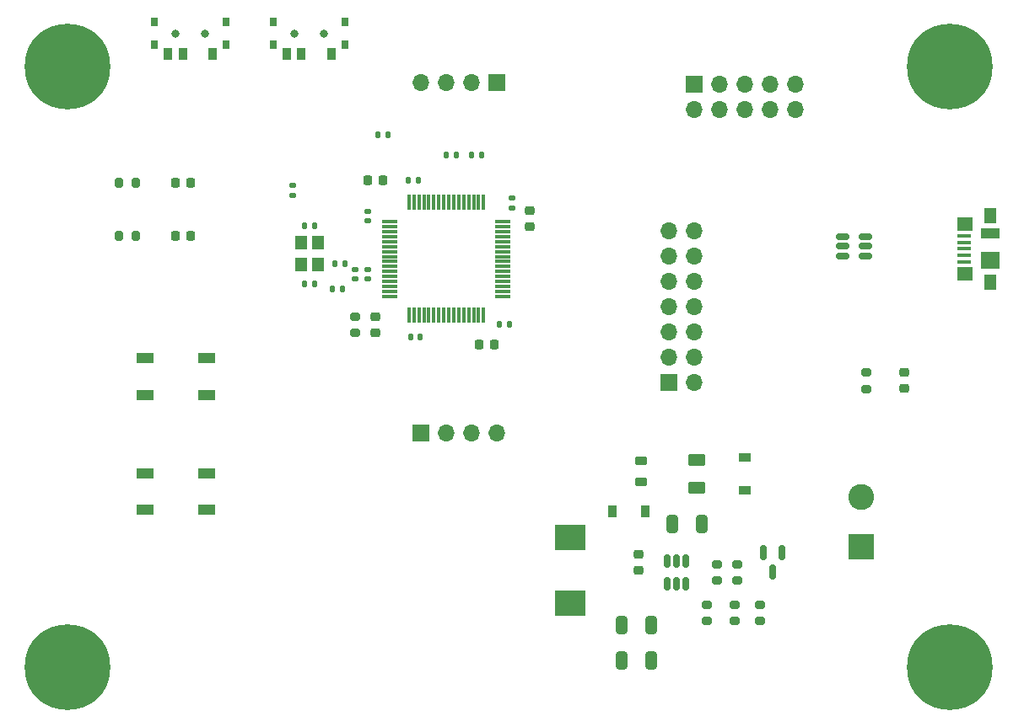
<source format=gbr>
%TF.GenerationSoftware,KiCad,Pcbnew,(6.0.9)*%
%TF.CreationDate,2022-12-02T11:09:33-06:00*%
%TF.ProjectId,First_stm32,46697273-745f-4737-946d-33322e6b6963,rev?*%
%TF.SameCoordinates,Original*%
%TF.FileFunction,Soldermask,Top*%
%TF.FilePolarity,Negative*%
%FSLAX46Y46*%
G04 Gerber Fmt 4.6, Leading zero omitted, Abs format (unit mm)*
G04 Created by KiCad (PCBNEW (6.0.9)) date 2022-12-02 11:09:33*
%MOMM*%
%LPD*%
G01*
G04 APERTURE LIST*
G04 Aperture macros list*
%AMRoundRect*
0 Rectangle with rounded corners*
0 $1 Rounding radius*
0 $2 $3 $4 $5 $6 $7 $8 $9 X,Y pos of 4 corners*
0 Add a 4 corners polygon primitive as box body*
4,1,4,$2,$3,$4,$5,$6,$7,$8,$9,$2,$3,0*
0 Add four circle primitives for the rounded corners*
1,1,$1+$1,$2,$3*
1,1,$1+$1,$4,$5*
1,1,$1+$1,$6,$7*
1,1,$1+$1,$8,$9*
0 Add four rect primitives between the rounded corners*
20,1,$1+$1,$2,$3,$4,$5,0*
20,1,$1+$1,$4,$5,$6,$7,0*
20,1,$1+$1,$6,$7,$8,$9,0*
20,1,$1+$1,$8,$9,$2,$3,0*%
G04 Aperture macros list end*
%ADD10R,1.800000X1.100000*%
%ADD11R,1.700000X1.700000*%
%ADD12O,1.700000X1.700000*%
%ADD13R,0.900000X1.200000*%
%ADD14RoundRect,0.140000X-0.140000X-0.170000X0.140000X-0.170000X0.140000X0.170000X-0.140000X0.170000X0*%
%ADD15C,0.800000*%
%ADD16R,0.900000X1.250000*%
%ADD17R,0.800000X0.930000*%
%ADD18RoundRect,0.200000X-0.275000X0.200000X-0.275000X-0.200000X0.275000X-0.200000X0.275000X0.200000X0*%
%ADD19RoundRect,0.225000X0.225000X0.250000X-0.225000X0.250000X-0.225000X-0.250000X0.225000X-0.250000X0*%
%ADD20RoundRect,0.250000X0.625000X-0.375000X0.625000X0.375000X-0.625000X0.375000X-0.625000X-0.375000X0*%
%ADD21RoundRect,0.140000X0.170000X-0.140000X0.170000X0.140000X-0.170000X0.140000X-0.170000X-0.140000X0*%
%ADD22RoundRect,0.218750X0.256250X-0.218750X0.256250X0.218750X-0.256250X0.218750X-0.256250X-0.218750X0*%
%ADD23C,0.900000*%
%ADD24C,8.600000*%
%ADD25RoundRect,0.225000X0.250000X-0.225000X0.250000X0.225000X-0.250000X0.225000X-0.250000X-0.225000X0*%
%ADD26RoundRect,0.218750X-0.218750X-0.256250X0.218750X-0.256250X0.218750X0.256250X-0.218750X0.256250X0*%
%ADD27RoundRect,0.218750X-0.256250X0.218750X-0.256250X-0.218750X0.256250X-0.218750X0.256250X0.218750X0*%
%ADD28R,3.048000X2.540000*%
%ADD29RoundRect,0.150000X-0.150000X0.587500X-0.150000X-0.587500X0.150000X-0.587500X0.150000X0.587500X0*%
%ADD30RoundRect,0.140000X0.140000X0.170000X-0.140000X0.170000X-0.140000X-0.170000X0.140000X-0.170000X0*%
%ADD31RoundRect,0.135000X0.185000X-0.135000X0.185000X0.135000X-0.185000X0.135000X-0.185000X-0.135000X0*%
%ADD32R,1.200000X0.900000*%
%ADD33RoundRect,0.200000X0.275000X-0.200000X0.275000X0.200000X-0.275000X0.200000X-0.275000X-0.200000X0*%
%ADD34RoundRect,0.135000X0.135000X0.185000X-0.135000X0.185000X-0.135000X-0.185000X0.135000X-0.185000X0*%
%ADD35RoundRect,0.250000X-0.325000X-0.650000X0.325000X-0.650000X0.325000X0.650000X-0.325000X0.650000X0*%
%ADD36RoundRect,0.218750X-0.381250X0.218750X-0.381250X-0.218750X0.381250X-0.218750X0.381250X0.218750X0*%
%ADD37R,2.600000X2.600000*%
%ADD38C,2.600000*%
%ADD39RoundRect,0.200000X0.200000X0.275000X-0.200000X0.275000X-0.200000X-0.275000X0.200000X-0.275000X0*%
%ADD40RoundRect,0.225000X-0.225000X-0.250000X0.225000X-0.250000X0.225000X0.250000X-0.225000X0.250000X0*%
%ADD41RoundRect,0.075000X-0.700000X-0.075000X0.700000X-0.075000X0.700000X0.075000X-0.700000X0.075000X0*%
%ADD42RoundRect,0.075000X-0.075000X-0.700000X0.075000X-0.700000X0.075000X0.700000X-0.075000X0.700000X0*%
%ADD43R,1.380000X0.450000*%
%ADD44R,1.900000X1.000000*%
%ADD45R,1.550000X1.425000*%
%ADD46R,1.300000X1.650000*%
%ADD47R,1.900000X1.800000*%
%ADD48RoundRect,0.150000X0.150000X-0.512500X0.150000X0.512500X-0.150000X0.512500X-0.150000X-0.512500X0*%
%ADD49RoundRect,0.150000X0.512500X0.150000X-0.512500X0.150000X-0.512500X-0.150000X0.512500X-0.150000X0*%
%ADD50RoundRect,0.147500X-0.147500X-0.172500X0.147500X-0.172500X0.147500X0.172500X-0.147500X0.172500X0*%
%ADD51R,1.200000X1.400000*%
G04 APERTURE END LIST*
D10*
%TO.C,SW3*%
X105512800Y-101015800D03*
X99312800Y-101015800D03*
X99312800Y-104715800D03*
X105512800Y-104715800D03*
%TD*%
D11*
%TO.C,J2*%
X154432000Y-61976000D03*
D12*
X154432000Y-64516000D03*
X156972000Y-61976000D03*
X156972000Y-64516000D03*
X159512000Y-61976000D03*
X159512000Y-64516000D03*
X162052000Y-61976000D03*
X162052000Y-64516000D03*
X164592000Y-61976000D03*
X164592000Y-64516000D03*
%TD*%
D13*
%TO.C,D2*%
X146178000Y-104902000D03*
X149478000Y-104902000D03*
%TD*%
D14*
%TO.C,C15*%
X115344000Y-76200000D03*
X116304000Y-76200000D03*
%TD*%
D15*
%TO.C,SW1*%
X114249200Y-56819800D03*
X117249200Y-56819800D03*
D16*
X117999200Y-58894800D03*
X114999200Y-58894800D03*
X113499200Y-58894800D03*
D17*
X112149200Y-57954800D03*
X112149200Y-55684800D03*
X119349200Y-55684800D03*
X119349200Y-57954800D03*
%TD*%
D18*
%TO.C,R1*%
X156718000Y-110173000D03*
X156718000Y-111823000D03*
%TD*%
D19*
%TO.C,C5*%
X123203000Y-71628000D03*
X121653000Y-71628000D03*
%TD*%
D20*
%TO.C,F1*%
X154686000Y-102492000D03*
X154686000Y-99692000D03*
%TD*%
D21*
%TO.C,C9*%
X136144000Y-74366000D03*
X136144000Y-73406000D03*
%TD*%
D22*
%TO.C,D4*%
X122428000Y-86893500D03*
X122428000Y-85318500D03*
%TD*%
D23*
%TO.C,H1*%
X177805581Y-62478419D03*
X176861000Y-60198000D03*
X182366419Y-62478419D03*
X182366419Y-57917581D03*
X180086000Y-63423000D03*
X183311000Y-60198000D03*
X180086000Y-56973000D03*
X177805581Y-57917581D03*
D24*
X180086000Y-60198000D03*
%TD*%
D10*
%TO.C,SW4*%
X105512800Y-89458800D03*
X99312800Y-89458800D03*
X99312800Y-93158800D03*
X105512800Y-93158800D03*
%TD*%
D25*
%TO.C,C14*%
X137922000Y-76213000D03*
X137922000Y-74663000D03*
%TD*%
D26*
%TO.C,D5*%
X102311000Y-77216000D03*
X103886000Y-77216000D03*
%TD*%
D27*
%TO.C,D3*%
X175514000Y-90932000D03*
X175514000Y-92507000D03*
%TD*%
D28*
%TO.C,L1*%
X141960600Y-107467400D03*
X141960600Y-114071400D03*
%TD*%
D21*
%TO.C,C12*%
X120396000Y-81534000D03*
X120396000Y-80574000D03*
%TD*%
D29*
%TO.C,Q1*%
X163256000Y-109044500D03*
X161356000Y-109044500D03*
X162306000Y-110919500D03*
%TD*%
D14*
%TO.C,C8*%
X134902000Y-86106000D03*
X135862000Y-86106000D03*
%TD*%
D11*
%TO.C,J6*%
X151872000Y-91928000D03*
D12*
X154412000Y-91928000D03*
X151872000Y-89388000D03*
X154412000Y-89388000D03*
X151872000Y-86848000D03*
X154412000Y-86848000D03*
X151872000Y-84308000D03*
X154412000Y-84308000D03*
X151872000Y-81768000D03*
X154412000Y-81768000D03*
X151872000Y-79228000D03*
X154412000Y-79228000D03*
X151872000Y-76688000D03*
X154412000Y-76688000D03*
%TD*%
D30*
%TO.C,C16*%
X116304000Y-82042000D03*
X115344000Y-82042000D03*
%TD*%
D31*
%TO.C,R14*%
X114147600Y-73103200D03*
X114147600Y-72083200D03*
%TD*%
D23*
%TO.C,H4*%
X93771219Y-122778019D03*
X94715800Y-120497600D03*
X88265800Y-120497600D03*
X89210381Y-118217181D03*
D24*
X91490800Y-120497600D03*
D23*
X93771219Y-118217181D03*
X91490800Y-123722600D03*
X91490800Y-117272600D03*
X89210381Y-122778019D03*
%TD*%
D21*
%TO.C,C11*%
X121666000Y-81534000D03*
X121666000Y-80574000D03*
%TD*%
D32*
%TO.C,D1*%
X159512000Y-102742000D03*
X159512000Y-99442000D03*
%TD*%
D33*
%TO.C,R3*%
X155702000Y-115887000D03*
X155702000Y-114237000D03*
%TD*%
D34*
%TO.C,R7*%
X123700000Y-67056000D03*
X122680000Y-67056000D03*
%TD*%
D23*
%TO.C,H3*%
X180086000Y-123722600D03*
X180086000Y-117272600D03*
X183311000Y-120497600D03*
X177805581Y-122778019D03*
D24*
X180086000Y-120497600D03*
D23*
X177805581Y-118217181D03*
X176861000Y-120497600D03*
X182366419Y-122778019D03*
X182366419Y-118217181D03*
%TD*%
D35*
%TO.C,C1*%
X152195000Y-106172000D03*
X155145000Y-106172000D03*
%TD*%
D34*
%TO.C,R10*%
X133098000Y-69088000D03*
X132078000Y-69088000D03*
%TD*%
D18*
%TO.C,R9*%
X120396000Y-85281000D03*
X120396000Y-86931000D03*
%TD*%
D36*
%TO.C,FB1*%
X149098000Y-99775500D03*
X149098000Y-101900500D03*
%TD*%
D37*
%TO.C,J1*%
X171204000Y-108418000D03*
D38*
X171204000Y-103418000D03*
%TD*%
D39*
%TO.C,R13*%
X98335500Y-71882000D03*
X96685500Y-71882000D03*
%TD*%
D11*
%TO.C,J4*%
X127000000Y-97028000D03*
D12*
X129540000Y-97028000D03*
X132080000Y-97028000D03*
X134620000Y-97028000D03*
%TD*%
D40*
%TO.C,C13*%
X132829000Y-88138000D03*
X134379000Y-88138000D03*
%TD*%
D41*
%TO.C,U2*%
X123865000Y-75752000D03*
X123865000Y-76252000D03*
X123865000Y-76752000D03*
X123865000Y-77252000D03*
X123865000Y-77752000D03*
X123865000Y-78252000D03*
X123865000Y-78752000D03*
X123865000Y-79252000D03*
X123865000Y-79752000D03*
X123865000Y-80252000D03*
X123865000Y-80752000D03*
X123865000Y-81252000D03*
X123865000Y-81752000D03*
X123865000Y-82252000D03*
X123865000Y-82752000D03*
X123865000Y-83252000D03*
D42*
X125790000Y-85177000D03*
X126290000Y-85177000D03*
X126790000Y-85177000D03*
X127290000Y-85177000D03*
X127790000Y-85177000D03*
X128290000Y-85177000D03*
X128790000Y-85177000D03*
X129290000Y-85177000D03*
X129790000Y-85177000D03*
X130290000Y-85177000D03*
X130790000Y-85177000D03*
X131290000Y-85177000D03*
X131790000Y-85177000D03*
X132290000Y-85177000D03*
X132790000Y-85177000D03*
X133290000Y-85177000D03*
D41*
X135215000Y-83252000D03*
X135215000Y-82752000D03*
X135215000Y-82252000D03*
X135215000Y-81752000D03*
X135215000Y-81252000D03*
X135215000Y-80752000D03*
X135215000Y-80252000D03*
X135215000Y-79752000D03*
X135215000Y-79252000D03*
X135215000Y-78752000D03*
X135215000Y-78252000D03*
X135215000Y-77752000D03*
X135215000Y-77252000D03*
X135215000Y-76752000D03*
X135215000Y-76252000D03*
X135215000Y-75752000D03*
D42*
X133290000Y-73827000D03*
X132790000Y-73827000D03*
X132290000Y-73827000D03*
X131790000Y-73827000D03*
X131290000Y-73827000D03*
X130790000Y-73827000D03*
X130290000Y-73827000D03*
X129790000Y-73827000D03*
X129290000Y-73827000D03*
X128790000Y-73827000D03*
X128290000Y-73827000D03*
X127790000Y-73827000D03*
X127290000Y-73827000D03*
X126790000Y-73827000D03*
X126290000Y-73827000D03*
X125790000Y-73827000D03*
%TD*%
D43*
%TO.C,J5*%
X181490000Y-79786000D03*
X181490000Y-79136000D03*
X181490000Y-78486000D03*
X181490000Y-77836000D03*
X181490000Y-77186000D03*
D44*
X184150000Y-76936000D03*
D45*
X181575000Y-80973500D03*
D46*
X184150000Y-81861000D03*
X184150000Y-75111000D03*
D47*
X184150000Y-79636000D03*
D45*
X181575000Y-75998500D03*
%TD*%
D35*
%TO.C,C3*%
X147115000Y-119888000D03*
X150065000Y-119888000D03*
%TD*%
D39*
%TO.C,R12*%
X98335500Y-77216000D03*
X96685500Y-77216000D03*
%TD*%
D48*
%TO.C,U1*%
X151704000Y-112135500D03*
X152654000Y-112135500D03*
X153604000Y-112135500D03*
X153604000Y-109860500D03*
X152654000Y-109860500D03*
X151704000Y-109860500D03*
%TD*%
D14*
%TO.C,C10*%
X125758000Y-71628000D03*
X126718000Y-71628000D03*
%TD*%
D15*
%TO.C,SW2*%
X105335200Y-56819800D03*
X102335200Y-56819800D03*
D16*
X106085200Y-58894800D03*
X103085200Y-58894800D03*
X101585200Y-58894800D03*
D17*
X100235200Y-57954800D03*
X100235200Y-55684800D03*
X107435200Y-55684800D03*
X107435200Y-57954800D03*
%TD*%
D26*
%TO.C,D6*%
X102336500Y-71882000D03*
X103911500Y-71882000D03*
%TD*%
D30*
%TO.C,C7*%
X126944000Y-87376000D03*
X125984000Y-87376000D03*
%TD*%
D11*
%TO.C,J3*%
X134610000Y-61747000D03*
D12*
X132070000Y-61747000D03*
X129530000Y-61747000D03*
X126990000Y-61747000D03*
%TD*%
D49*
%TO.C,U3*%
X171571500Y-79182000D03*
X171571500Y-78232000D03*
X171571500Y-77282000D03*
X169296500Y-77282000D03*
X169296500Y-78232000D03*
X169296500Y-79182000D03*
%TD*%
D50*
%TO.C,L2*%
X118133000Y-82550000D03*
X119103000Y-82550000D03*
%TD*%
D25*
%TO.C,C4*%
X148844000Y-110757000D03*
X148844000Y-109207000D03*
%TD*%
D21*
%TO.C,C6*%
X121666000Y-75692000D03*
X121666000Y-74732000D03*
%TD*%
D34*
%TO.C,R8*%
X119382000Y-80010000D03*
X118362000Y-80010000D03*
%TD*%
D23*
%TO.C,H2*%
X94715800Y-60198000D03*
X93771219Y-57917581D03*
X91490800Y-56973000D03*
X89210381Y-57917581D03*
X89210381Y-62478419D03*
D24*
X91490800Y-60198000D03*
D23*
X91490800Y-63423000D03*
X93771219Y-62478419D03*
X88265800Y-60198000D03*
%TD*%
D33*
%TO.C,R6*%
X171704000Y-92582000D03*
X171704000Y-90932000D03*
%TD*%
D34*
%TO.C,R11*%
X130558000Y-69088000D03*
X129538000Y-69088000D03*
%TD*%
D33*
%TO.C,R5*%
X161036000Y-115887000D03*
X161036000Y-114237000D03*
%TD*%
D51*
%TO.C,Y1*%
X114974000Y-77894000D03*
X114974000Y-80094000D03*
X116674000Y-80094000D03*
X116674000Y-77894000D03*
%TD*%
D33*
%TO.C,R2*%
X158750000Y-111823000D03*
X158750000Y-110173000D03*
%TD*%
D35*
%TO.C,C2*%
X147115000Y-116332000D03*
X150065000Y-116332000D03*
%TD*%
D18*
%TO.C,R4*%
X158496000Y-114237000D03*
X158496000Y-115887000D03*
%TD*%
M02*

</source>
